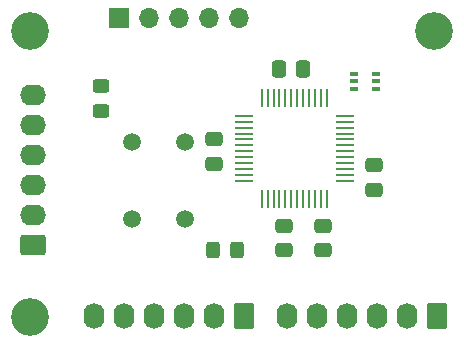
<source format=gbr>
%TF.GenerationSoftware,KiCad,Pcbnew,9.0.2*%
%TF.CreationDate,2025-05-28T14:02:20-07:00*%
%TF.ProjectId,MCU_DSP,4d43555f-4453-4502-9e6b-696361645f70,2.0*%
%TF.SameCoordinates,Original*%
%TF.FileFunction,Soldermask,Top*%
%TF.FilePolarity,Negative*%
%FSLAX46Y46*%
G04 Gerber Fmt 4.6, Leading zero omitted, Abs format (unit mm)*
G04 Created by KiCad (PCBNEW 9.0.2) date 2025-05-28 14:02:20*
%MOMM*%
%LPD*%
G01*
G04 APERTURE LIST*
G04 Aperture macros list*
%AMRoundRect*
0 Rectangle with rounded corners*
0 $1 Rounding radius*
0 $2 $3 $4 $5 $6 $7 $8 $9 X,Y pos of 4 corners*
0 Add a 4 corners polygon primitive as box body*
4,1,4,$2,$3,$4,$5,$6,$7,$8,$9,$2,$3,0*
0 Add four circle primitives for the rounded corners*
1,1,$1+$1,$2,$3*
1,1,$1+$1,$4,$5*
1,1,$1+$1,$6,$7*
1,1,$1+$1,$8,$9*
0 Add four rect primitives between the rounded corners*
20,1,$1+$1,$2,$3,$4,$5,0*
20,1,$1+$1,$4,$5,$6,$7,0*
20,1,$1+$1,$6,$7,$8,$9,0*
20,1,$1+$1,$8,$9,$2,$3,0*%
G04 Aperture macros list end*
%ADD10R,1.700000X1.700000*%
%ADD11O,1.700000X1.700000*%
%ADD12C,3.200000*%
%ADD13R,1.549400X0.279400*%
%ADD14R,0.279400X1.549400*%
%ADD15RoundRect,0.250000X0.845000X-0.620000X0.845000X0.620000X-0.845000X0.620000X-0.845000X-0.620000X0*%
%ADD16O,2.190000X1.740000*%
%ADD17RoundRect,0.250000X0.620000X0.845000X-0.620000X0.845000X-0.620000X-0.845000X0.620000X-0.845000X0*%
%ADD18O,1.740000X2.190000*%
%ADD19RoundRect,0.250000X0.337500X0.475000X-0.337500X0.475000X-0.337500X-0.475000X0.337500X-0.475000X0*%
%ADD20C,1.507998*%
%ADD21RoundRect,0.250000X-0.475000X0.337500X-0.475000X-0.337500X0.475000X-0.337500X0.475000X0.337500X0*%
%ADD22RoundRect,0.250000X0.325000X0.450000X-0.325000X0.450000X-0.325000X-0.450000X0.325000X-0.450000X0*%
%ADD23RoundRect,0.250000X-0.450000X0.325000X-0.450000X-0.325000X0.450000X-0.325000X0.450000X0.325000X0*%
%ADD24RoundRect,0.250000X0.475000X-0.337500X0.475000X0.337500X-0.475000X0.337500X-0.475000X-0.337500X0*%
%ADD25R,0.650000X0.400000*%
G04 APERTURE END LIST*
D10*
%TO.C,J1*%
X196425000Y-134195000D03*
D11*
X198965000Y-134195000D03*
X201505000Y-134195000D03*
X204045000Y-134195000D03*
X206585000Y-134195000D03*
%TD*%
D12*
%TO.C,H3*%
X188900000Y-159500000D03*
%TD*%
D13*
%TO.C,IC1*%
X206994700Y-142474799D03*
X206994700Y-142974798D03*
X206994700Y-143474800D03*
X206994700Y-143974799D03*
X206994700Y-144474798D03*
X206994700Y-144974799D03*
X206994700Y-145474799D03*
X206994700Y-145974800D03*
X206994700Y-146474799D03*
X206994700Y-146974798D03*
X206994700Y-147474800D03*
X206994700Y-147974799D03*
D14*
X208524600Y-149504699D03*
X209024599Y-149504699D03*
X209524601Y-149504699D03*
X210024600Y-149504699D03*
X210524599Y-149504699D03*
X211024600Y-149504699D03*
X211524600Y-149504699D03*
X212024601Y-149504699D03*
X212524600Y-149504699D03*
X213024599Y-149504699D03*
X213524601Y-149504699D03*
X214024600Y-149504699D03*
D13*
X215554500Y-147974799D03*
X215554500Y-147474800D03*
X215554500Y-146974798D03*
X215554500Y-146474799D03*
X215554500Y-145974800D03*
X215554500Y-145474799D03*
X215554500Y-144974799D03*
X215554500Y-144474798D03*
X215554500Y-143974799D03*
X215554500Y-143474800D03*
X215554500Y-142974798D03*
X215554500Y-142474799D03*
D14*
X214024600Y-140944899D03*
X213524601Y-140944899D03*
X213024599Y-140944899D03*
X212524600Y-140944899D03*
X212024601Y-140944899D03*
X211524600Y-140944899D03*
X211024600Y-140944899D03*
X210524599Y-140944899D03*
X210024600Y-140944899D03*
X209524601Y-140944899D03*
X209024599Y-140944899D03*
X208524600Y-140944899D03*
%TD*%
D15*
%TO.C,J2*%
X189200000Y-153400000D03*
D16*
X189200000Y-150860000D03*
X189200000Y-148320000D03*
X189200000Y-145780000D03*
X189200000Y-143240000D03*
X189200000Y-140700000D03*
%TD*%
D17*
%TO.C,J3*%
X207000000Y-159400000D03*
D18*
X204460000Y-159400000D03*
X201920000Y-159400000D03*
X199380000Y-159400000D03*
X196840000Y-159400000D03*
X194300000Y-159400000D03*
%TD*%
D19*
%TO.C,C5*%
X212037500Y-138500000D03*
X209962500Y-138500000D03*
%TD*%
D12*
%TO.C,H2*%
X223100000Y-135300000D03*
%TD*%
D20*
%TO.C,SW1*%
X197499999Y-151200002D03*
X197499999Y-144700000D03*
X202000000Y-151200002D03*
X202000000Y-144700000D03*
%TD*%
D21*
%TO.C,C4*%
X218000000Y-146662500D03*
X218000000Y-148737500D03*
%TD*%
%TO.C,C3*%
X213720000Y-151802500D03*
X213720000Y-153877500D03*
%TD*%
D22*
%TO.C,D2*%
X206425000Y-153800000D03*
X204375000Y-153800000D03*
%TD*%
D23*
%TO.C,D1*%
X194900000Y-139975000D03*
X194900000Y-142025000D03*
%TD*%
D21*
%TO.C,C1*%
X204500000Y-144462500D03*
X204500000Y-146537500D03*
%TD*%
D12*
%TO.C,H1*%
X188900000Y-135300000D03*
%TD*%
D24*
%TO.C,C2*%
X210450000Y-153877500D03*
X210450000Y-151802500D03*
%TD*%
D25*
%TO.C,U1*%
X218200000Y-140200000D03*
X218200000Y-139550000D03*
X218200000Y-138900000D03*
X216300000Y-138900000D03*
X216300000Y-139550000D03*
X216300000Y-140200000D03*
%TD*%
D17*
%TO.C,J5*%
X223400000Y-159400000D03*
D18*
X220860000Y-159400000D03*
X218320000Y-159400000D03*
X215780000Y-159400000D03*
X213240000Y-159400000D03*
X210700000Y-159400000D03*
%TD*%
M02*

</source>
